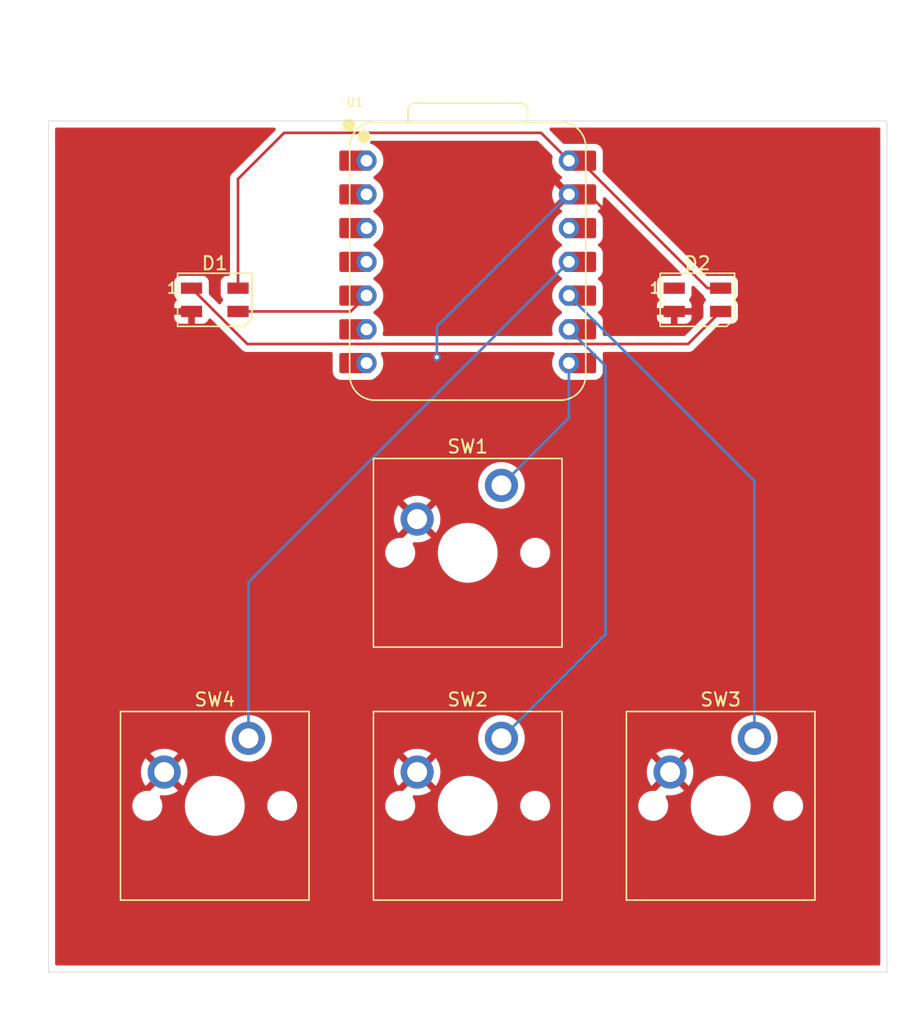
<source format=kicad_pcb>
(kicad_pcb (version 20241229) (generator "pcbnew") (generator_version "9.0")
  (layers (0 "F.Cu" signal) (2 "B.Cu" signal) (13 "F.Paste" user) (15 "B.Paste" user) (5 "F.SilkS" user "F.Silkscreen") (7 "B.SilkS" user "B.Silkscreen") (1 "F.Mask" user) (3 "B.Mask" user) (25 "Edge.Cuts" user))
  (net 0 "")
  (net 1 "+5V")
  (net 2 "GND")
  (net 3 "Net-(D1-DOUT)")
  (net 4 "Net-(D1-DIN)")
  (net 6 "Net-(U1-GPIO1{slash}RX)")
  (net 7 "Net-(U1-GPIO2{slash}SCK)")
  (net 8 "Net-(U1-GPIO4{slash}MISO)")
  (net 9 "Net-(U1-GPIO3{slash}MOSI)")
  (footprint "ScottoKeebs_MX:MX_PCB_1.00u" (layer "F.Cu") (at 152.4 128.5875)
    (property "Reference" "SW3" (at 0 -8 0) (layer "F.SilkS"))
    (property "Value" "SW_Push")
    (fp_line (start -7.1 -7.1) (end -7.1 7.1) (stroke (width 0.12)) (layer "F.SilkS"))
    (fp_line (start -7.1 7.1) (end 7.1 7.1) (stroke (width 0.12)) (layer "F.SilkS"))
    (fp_line (start 7.1 -7.1) (end -7.1 -7.1) (stroke (width 0.12)) (layer "F.SilkS"))
    (fp_line (start 7.1 7.1) (end 7.1 -7.1) (stroke (width 0.12)) (layer "F.SilkS"))
    (pad "" np_thru_hole circle (at -5.08 0) (size 1.75 1.75) (drill 1.75) (layers "*.Cu" "*.Mask"))
    (pad "" np_thru_hole circle (at 0 0) (size 4 4) (drill 4) (layers "*.Cu" "*.Mask"))
    (pad "" np_thru_hole circle (at 5.08 0) (size 1.75 1.75) (drill 1.75) (layers "*.Cu" "*.Mask"))
    (pad "1" thru_hole circle (at -3.81 -2.54) (size 2.5 2.5) (drill 1.5) (layers "*.Cu" "*.Mask") (net 2 "GND"))
    (pad "2" thru_hole circle (at 2.54 -5.08) (size 2.5 2.5) (drill 1.5) (layers "*.Cu" "*.Mask") (net 8 "Net-(U1-GPIO4{slash}MISO)"))
  )
  (footprint "ScottoKeebs_MX:MX_PCB_1.00u" (layer "F.Cu") (at 133.35 128.5875)
    (property "Reference" "SW2" (at 0 -8 0) (layer "F.SilkS"))
    (property "Value" "SW_Push")
    (fp_line (start -7.1 -7.1) (end -7.1 7.1) (stroke (width 0.12)) (layer "F.SilkS"))
    (fp_line (start -7.1 7.1) (end 7.1 7.1) (stroke (width 0.12)) (layer "F.SilkS"))
    (fp_line (start 7.1 -7.1) (end -7.1 -7.1) (stroke (width 0.12)) (layer "F.SilkS"))
    (fp_line (start 7.1 7.1) (end 7.1 -7.1) (stroke (width 0.12)) (layer "F.SilkS"))
    (pad "" np_thru_hole circle (at -5.08 0) (size 1.75 1.75) (drill 1.75) (layers "*.Cu" "*.Mask"))
    (pad "" np_thru_hole circle (at 0 0) (size 4 4) (drill 4) (layers "*.Cu" "*.Mask"))
    (pad "" np_thru_hole circle (at 5.08 0) (size 1.75 1.75) (drill 1.75) (layers "*.Cu" "*.Mask"))
    (pad "1" thru_hole circle (at -3.81 -2.54) (size 2.5 2.5) (drill 1.5) (layers "*.Cu" "*.Mask") (net 2 "GND"))
    (pad "2" thru_hole circle (at 2.54 -5.08) (size 2.5 2.5) (drill 1.5) (layers "*.Cu" "*.Mask") (net 7 "Net-(U1-GPIO2{slash}SCK)"))
  )
  (footprint "LED_SMD:LED_SK6812MINI_PLCC4_3.5x3.5mm_P1.75mm" (layer "F.Cu") (at 114.3 90.4875)
    (property "Reference" "D1" (at 0 -2.75 0) (layer "F.SilkS"))
    (property "Value" "SK6812MINI")
    (fp_line (start -2.8 -2) (end -2.8 2) (stroke (width 0.12)) (layer "F.SilkS"))
    (fp_line (start -2.8 -2) (end 2.8 -2) (stroke (width 0.12)) (layer "F.SilkS"))
    (fp_line (start -2.8 2) (end 2.2 2) (stroke (width 0.12)) (layer "F.SilkS"))
    (fp_line (start 2.8 1.4) (end 2.2 2) (stroke (width 0.12)) (layer "F.SilkS"))
    (fp_line (start 2.8 1.4) (end 2.8 -2) (stroke (width 0.12)) (layer "F.SilkS"))
    (fp_text user "1" (at -3.2 -0.875 0) (layer "F.SilkS") (effects (font (size 0.8 0.8))))
    (pad "1" smd rect (at -1.75 -0.875) (size 1.6 0.85) (layers "F.Cu" "F.Mask" "F.Paste") (net 3 "Net-(D1-DOUT)"))
    (pad "2" smd rect (at -1.75 0.875) (size 1.6 0.85) (layers "F.Cu" "F.Mask" "F.Paste") (net 2 "GND"))
    (pad "3" smd rect (at 1.75 0.875) (size 1.6 0.85) (layers "F.Cu" "F.Mask" "F.Paste") (net 4 "Net-(D1-DIN)"))
    (pad "4" smd rect (at 1.75 -0.875) (size 1.6 0.85) (layers "F.Cu" "F.Mask" "F.Paste") (net 1 "+5V"))
  )
  (footprint "OPL:XIAO-RP2040-DIP" (layer "F.Cu") (at 133.35 87.63)
    (property "Reference" "U1" (at -8.5 -12 0) (layer "F.SilkS") (effects (font (size 0.635 0.635) (thickness 0.1016))))
    (property "Value" "XIAO-RP2040-DIP")
    (fp_line (start -8.89 8.509) (end -8.89 -8.636) (stroke (width 0.127)) (layer "F.SilkS"))
    (fp_line (start -6.985 10.414) (end 6.985 10.414) (stroke (width 0.127)) (layer "F.SilkS"))
    (fp_line (start -4.495 -10.541) (end -4.491272 -11.451272) (stroke (width 0.127)) (layer "F.SilkS"))
    (fp_line (start -3.991272 -11.951) (end 4.004 -11.951) (stroke (width 0.127)) (layer "F.SilkS"))
    (fp_line (start 4.504 -11.451) (end 4.504 -10.541) (stroke (width 0.127)) (layer "F.SilkS"))
    (fp_line (start 6.985 -10.541) (end -6.985 -10.541) (stroke (width 0.1)) (layer "F.SilkS"))
    (fp_line (start 6.985 -10.541) (end -6.985 -10.541) (stroke (width 0.127)) (layer "F.SilkS"))
    (fp_line (start 8.89 8.509) (end 8.89 -8.636) (stroke (width 0.127)) (layer "F.SilkS"))
    (fp_arc (start -8.89 -8.636) (mid -8.332038 -9.983038) (end -6.985 -10.541) (stroke (width 0.127)) (layer "F.SilkS"))
    (fp_arc (start -6.985 10.414) (mid -8.332038 9.856038) (end -8.89 8.509) (stroke (width 0.127)) (layer "F.SilkS"))
    (fp_arc (start -4.491272 -11.451272) (mid -4.344728 -11.80464) (end -3.991272 -11.951) (stroke (width 0.127)) (layer "F.SilkS"))
    (fp_arc (start 4.004 -11.951) (mid 4.357553 -11.804553) (end 4.504 -11.451) (stroke (width 0.127)) (layer "F.SilkS"))
    (fp_arc (start 6.985 -10.541) (mid 8.332038 -9.983038) (end 8.89 -8.636) (stroke (width 0.127)) (layer "F.SilkS"))
    (fp_arc (start 8.89 8.509) (mid 8.332038 9.856038) (end 6.985 10.414) (stroke (width 0.127)) (layer "F.SilkS"))
    (fp_circle (center -8.95 -10.3) (end -8.95 -10.554) (stroke (width 0.5)) (fill yes) (layer "F.SilkS"))
    (fp_circle (center -7.807 -9.42) (end -7.807 -9.674) (stroke (width 0.5)) (fill yes) (layer "F.SilkS"))
    (pad "1" smd roundrect (at -8.455 -7.62 180) (size 2.432 1.524) (layers "F.Cu" "F.Mask") (roundrect_rratio 0.1))
    (pad "1" thru_hole circle (at -7.62 -7.62 180) (size 1.524 1.524) (drill 0.889) (layers "*.Cu" "*.Mask"))
    (pad "2" smd roundrect (at -8.455 -5.08 180) (size 2.432 1.524) (layers "F.Cu" "F.Mask") (roundrect_rratio 0.1))
    (pad "2" thru_hole circle (at -7.62 -5.08 180) (size 1.524 1.524) (drill 0.889) (layers "*.Cu" "*.Mask"))
    (pad "3" smd roundrect (at -8.455 -2.54 180) (size 2.432 1.524) (layers "F.Cu" "F.Mask") (roundrect_rratio 0.1))
    (pad "3" thru_hole circle (at -7.62 -2.54 180) (size 1.524 1.524) (drill 0.889) (layers "*.Cu" "*.Mask"))
    (pad "4" smd roundrect (at -8.455 0 180) (size 2.432 1.524) (layers "F.Cu" "F.Mask") (roundrect_rratio 0.1))
    (pad "4" thru_hole circle (at -7.62 0 180) (size 1.524 1.524) (drill 0.889) (layers "*.Cu" "*.Mask"))
    (pad "5" smd roundrect (at -8.455 2.54 180) (size 2.432 1.524) (layers "F.Cu" "F.Mask") (roundrect_rratio 0.1) (net 4 "Net-(D1-DIN)"))
    (pad "5" thru_hole circle (at -7.62 2.54 180) (size 1.524 1.524) (drill 0.889) (layers "*.Cu" "*.Mask") (net 4 "Net-(D1-DIN)"))
    (pad "6" smd roundrect (at -8.455 5.08 180) (size 2.432 1.524) (layers "F.Cu" "F.Mask") (roundrect_rratio 0.1))
    (pad "6" thru_hole circle (at -7.62 5.08 180) (size 1.524 1.524) (drill 0.889) (layers "*.Cu" "*.Mask"))
    (pad "7" smd roundrect (at -8.455 7.62 180) (size 2.432 1.524) (layers "F.Cu" "F.Mask") (roundrect_rratio 0.1))
    (pad "7" thru_hole circle (at -7.62 7.62 180) (size 1.524 1.524) (drill 0.889) (layers "*.Cu" "*.Mask"))
    (pad "8" thru_hole circle (at 7.62 7.62) (size 1.524 1.524) (drill 0.889) (layers "*.Cu" "*.Mask") (net 6 "Net-(U1-GPIO1{slash}RX)"))
    (pad "8" smd roundrect (at 8.455 7.62) (size 2.432 1.524) (layers "F.Cu" "F.Mask") (roundrect_rratio 0.1) (net 6 "Net-(U1-GPIO1{slash}RX)"))
    (pad "9" thru_hole circle (at 7.62 5.08) (size 1.524 1.524) (drill 0.889) (layers "*.Cu" "*.Mask") (net 7 "Net-(U1-GPIO2{slash}SCK)"))
    (pad "9" smd roundrect (at 8.455 5.08) (size 2.432 1.524) (layers "F.Cu" "F.Mask") (roundrect_rratio 0.1) (net 7 "Net-(U1-GPIO2{slash}SCK)"))
    (pad "10" thru_hole circle (at 7.62 2.54) (size 1.524 1.524) (drill 0.889) (layers "*.Cu" "*.Mask") (net 8 "Net-(U1-GPIO4{slash}MISO)"))
    (pad "10" smd roundrect (at 8.455 2.54) (size 2.432 1.524) (layers "F.Cu" "F.Mask") (roundrect_rratio 0.1) (net 8 "Net-(U1-GPIO4{slash}MISO)"))
    (pad "11" thru_hole circle (at 7.62 0) (size 1.524 1.524) (drill 0.889) (layers "*.Cu" "*.Mask") (net 9 "Net-(U1-GPIO3{slash}MOSI)"))
    (pad "11" smd roundrect (at 8.455 0) (size 2.432 1.524) (layers "F.Cu" "F.Mask") (roundrect_rratio 0.1) (net 9 "Net-(U1-GPIO3{slash}MOSI)"))
    (pad "12" thru_hole circle (at 7.62 -2.54) (size 1.524 1.524) (drill 0.889) (layers "*.Cu" "*.Mask"))
    (pad "12" smd roundrect (at 8.455 -2.54) (size 2.432 1.524) (layers "F.Cu" "F.Mask") (roundrect_rratio 0.1))
    (pad "13" thru_hole circle (at 7.62 -5.08) (size 1.524 1.524) (drill 0.889) (layers "*.Cu" "*.Mask") (net 2 "GND"))
    (pad "13" smd roundrect (at 8.455 -5.08) (size 2.432 1.524) (layers "F.Cu" "F.Mask") (roundrect_rratio 0.1) (net 2 "GND"))
    (pad "14" thru_hole circle (at 7.62 -7.62) (size 1.524 1.524) (drill 0.889) (layers "*.Cu" "*.Mask") (net 1 "+5V"))
    (pad "14" smd roundrect (at 8.455 -7.62) (size 2.432 1.524) (layers "F.Cu" "F.Mask") (roundrect_rratio 0.1) (net 1 "+5V"))
  )
  (footprint "ScottoKeebs_MX:MX_PCB_1.00u" (layer "F.Cu") (at 133.35 109.5375)
    (property "Reference" "SW1" (at 0 -8 0) (layer "F.SilkS"))
    (property "Value" "SW_Push")
    (fp_line (start -7.1 -7.1) (end -7.1 7.1) (stroke (width 0.12)) (layer "F.SilkS"))
    (fp_line (start -7.1 7.1) (end 7.1 7.1) (stroke (width 0.12)) (layer "F.SilkS"))
    (fp_line (start 7.1 -7.1) (end -7.1 -7.1) (stroke (width 0.12)) (layer "F.SilkS"))
    (fp_line (start 7.1 7.1) (end 7.1 -7.1) (stroke (width 0.12)) (layer "F.SilkS"))
    (pad "" np_thru_hole circle (at -5.08 0) (size 1.75 1.75) (drill 1.75) (layers "*.Cu" "*.Mask"))
    (pad "" np_thru_hole circle (at 0 0) (size 4 4) (drill 4) (layers "*.Cu" "*.Mask"))
    (pad "" np_thru_hole circle (at 5.08 0) (size 1.75 1.75) (drill 1.75) (layers "*.Cu" "*.Mask"))
    (pad "1" thru_hole circle (at -3.81 -2.54) (size 2.5 2.5) (drill 1.5) (layers "*.Cu" "*.Mask") (net 2 "GND"))
    (pad "2" thru_hole circle (at 2.54 -5.08) (size 2.5 2.5) (drill 1.5) (layers "*.Cu" "*.Mask") (net 6 "Net-(U1-GPIO1{slash}RX)"))
  )
  (footprint "LED_SMD:LED_SK6812MINI_PLCC4_3.5x3.5mm_P1.75mm" (layer "F.Cu") (at 150.65 90.4875)
    (property "Reference" "D2" (at 0 -2.75 0) (layer "F.SilkS"))
    (property "Value" "SK6812MINI")
    (fp_line (start -2.8 -2) (end -2.8 2) (stroke (width 0.12)) (layer "F.SilkS"))
    (fp_line (start -2.8 -2) (end 2.8 -2) (stroke (width 0.12)) (layer "F.SilkS"))
    (fp_line (start -2.8 2) (end 2.2 2) (stroke (width 0.12)) (layer "F.SilkS"))
    (fp_line (start 2.8 1.4) (end 2.2 2) (stroke (width 0.12)) (layer "F.SilkS"))
    (fp_line (start 2.8 1.4) (end 2.8 -2) (stroke (width 0.12)) (layer "F.SilkS"))
    (fp_text user "1" (at -3.2 -0.875 0) (layer "F.SilkS") (effects (font (size 0.8 0.8))))
    (pad "1" smd rect (at -1.75 -0.875) (size 1.6 0.85) (layers "F.Cu" "F.Mask" "F.Paste"))
    (pad "2" smd rect (at -1.75 0.875) (size 1.6 0.85) (layers "F.Cu" "F.Mask" "F.Paste") (net 2 "GND"))
    (pad "3" smd rect (at 1.75 0.875) (size 1.6 0.85) (layers "F.Cu" "F.Mask" "F.Paste") (net 3 "Net-(D1-DOUT)"))
    (pad "4" smd rect (at 1.75 -0.875) (size 1.6 0.85) (layers "F.Cu" "F.Mask" "F.Paste") (net 1 "+5V"))
  )
  (footprint "ScottoKeebs_MX:MX_PCB_1.00u" (layer "F.Cu") (at 114.3 128.5875)
    (property "Reference" "SW4" (at 0 -8 0) (layer "F.SilkS"))
    (property "Value" "SW_Push")
    (fp_line (start -7.1 -7.1) (end -7.1 7.1) (stroke (width 0.12)) (layer "F.SilkS"))
    (fp_line (start -7.1 7.1) (end 7.1 7.1) (stroke (width 0.12)) (layer "F.SilkS"))
    (fp_line (start 7.1 -7.1) (end -7.1 -7.1) (stroke (width 0.12)) (layer "F.SilkS"))
    (fp_line (start 7.1 7.1) (end 7.1 -7.1) (stroke (width 0.12)) (layer "F.SilkS"))
    (pad "" np_thru_hole circle (at -5.08 0) (size 1.75 1.75) (drill 1.75) (layers "*.Cu" "*.Mask"))
    (pad "" np_thru_hole circle (at 0 0) (size 4 4) (drill 4) (layers "*.Cu" "*.Mask"))
    (pad "" np_thru_hole circle (at 5.08 0) (size 1.75 1.75) (drill 1.75) (layers "*.Cu" "*.Mask"))
    (pad "1" thru_hole circle (at -3.81 -2.54) (size 2.5 2.5) (drill 1.5) (layers "*.Cu" "*.Mask") (net 2 "GND"))
    (pad "2" thru_hole circle (at 2.54 -5.08) (size 2.5 2.5) (drill 1.5) (layers "*.Cu" "*.Mask") (net 9 "Net-(U1-GPIO3{slash}MOSI)"))
  )
  (gr_rect (start 101.775 77.01875) (end 164.925 141.1125) (stroke (width 0.05)) (fill no) (layer "Edge.Cuts"))
  (segment (start 151.4075 89.6125) (end 152.4 89.6125) (width 0.2) (layer "F.Cu") (net 1))
  (segment (start 141.805 80.01) (end 151.4075 89.6125) (width 0.2) (layer "F.Cu") (net 1))
  (segment (start 138.8725 77.9125) (end 140.97 80.01) (width 0.2) (layer "F.Cu") (net 1))
  (segment (start 116.05 81.3875) (end 119.525 77.9125) (width 0.2) (layer "F.Cu") (net 1))
  (segment (start 116.05 89.6125) (end 116.05 81.3875) (width 0.2) (layer "F.Cu") (net 1))
  (segment (start 119.525 77.9125) (end 138.8725 77.9125) (width 0.2) (layer "F.Cu") (net 1))
  (segment (start 142.4625 82.55) (end 144.825 84.9125) (width 0.2) (layer "F.Cu") (net 2))
  (segment (start 144.825 84.9125) (end 144.825 89.6125) (width 0.2) (layer "F.Cu") (net 2))
  (segment (start 131.025 105.5125) (end 131.025 94.8125) (width 0.2) (layer "F.Cu") (net 2))
  (segment (start 146.575 91.3625) (end 148.9 91.3625) (width 0.2) (layer "F.Cu") (net 2))
  (segment (start 144.825 89.6125) (end 146.575 91.3625) (width 0.2) (layer "F.Cu") (net 2))
  (segment (start 129.54 106.9975) (end 131.025 105.5125) (width 0.2) (layer "F.Cu") (net 2))
  (segment (start 140.97 82.55) (end 142.4625 82.55) (width 0.2) (layer "F.Cu") (net 2))
  (via (at 131.025 94.8125) (size 0.6) (drill 0.3) (layers "F.Cu" "B.Cu") (net 2))
  (segment (start 131.025 92.495) (end 140.97 82.55) (width 0.2) (layer "B.Cu") (net 2))
  (segment (start 131.025 94.8125) (end 131.025 92.495) (width 0.2) (layer "B.Cu") (net 2))
  (segment (start 149.95 93.8125) (end 152.4 91.3625) (width 0.2) (layer "F.Cu") (net 3))
  (segment (start 112.55 89.6125) (end 116.75 93.8125) (width 0.2) (layer "F.Cu") (net 3))
  (segment (start 116.75 93.8125) (end 149.95 93.8125) (width 0.2) (layer "F.Cu") (net 3))
  (segment (start 116.05 91.3625) (end 124.5375 91.3625) (width 0.2) (layer "F.Cu") (net 4))
  (segment (start 124.5375 91.3625) (end 125.73 90.17) (width 0.2) (layer "F.Cu") (net 4))
  (segment (start 140.97 95.25) (end 140.97 99.3775) (width 0.2) (layer "B.Cu") (net 6))
  (segment (start 140.97 99.3775) (end 135.89 104.4575) (width 0.2) (layer "B.Cu") (net 6))
  (segment (start 143.725 115.6725) (end 135.89 123.5075) (width 0.2) (layer "B.Cu") (net 7))
  (segment (start 143.725 95.465) (end 143.725 115.6725) (width 0.2) (layer "B.Cu") (net 7))
  (segment (start 140.97 92.71) (end 143.725 95.465) (width 0.2) (layer "B.Cu") (net 7))
  (segment (start 140.97 90.17) (end 154.94 104.14) (width 0.2) (layer "B.Cu") (net 8))
  (segment (start 154.94 104.14) (end 154.94 123.5075) (width 0.2) (layer "B.Cu") (net 8))
  (segment (start 116.84 111.76) (end 116.84 123.5075) (width 0.2) (layer "B.Cu") (net 9))
  (segment (start 140.97 87.63) (end 116.84 111.76) (width 0.2) (layer "B.Cu") (net 9))
  (zone (net 2) (net_name "GND") (layer "F.Cu") (connect_pads (clearance 0.5)) (min_thickness 0.25) (fill yes (thermal_gap 0.5) (thermal_bridge_width 0.5))
    (polygon (pts (xy 98.125 70.2125) (xy 100.025 145.0125) (xy 167.125 143.6125) (xy 166.625 67.9125)))
  )
)
</source>
